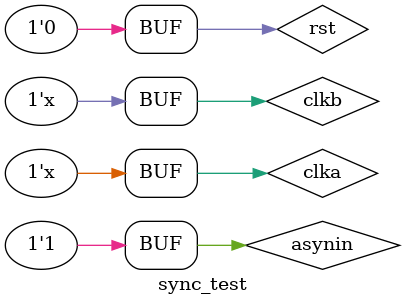
<source format=v>
module sync_test();

reg  clka,clkb,asynin,rst;
wire ff1,ff2, synout;


sync test(
.synout(synout),
.asynin(asynin),
.clka(clka),
.clkb(clkb),
.rst(rst),
.ff1(ff1),
.ff2(ff2)

);


initial clka=0;
initial clkb =0;


always #7 clka = ~clka;
always #13 clkb = ~clkb;


initial begin

rst = 1;
#10;
rst=0;
asynin = 1;



end


endmodule

</source>
